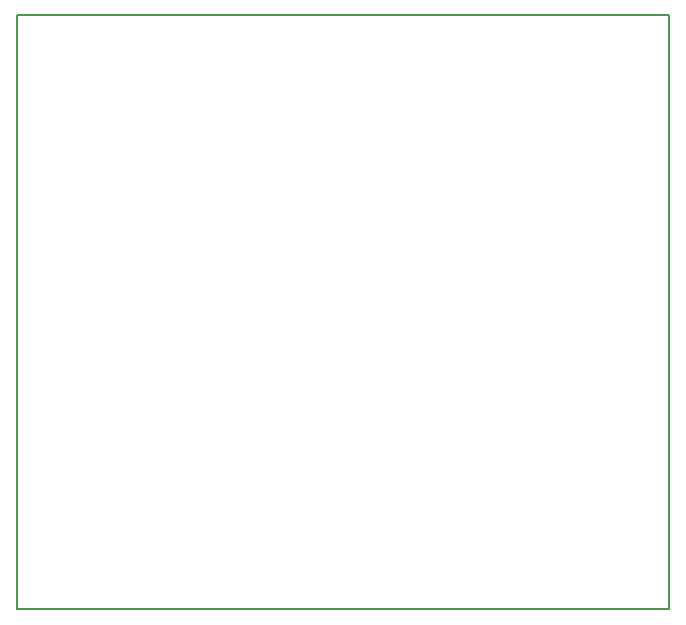
<source format=gbr>
G04 #@! TF.FileFunction,Profile,NP*
%FSLAX46Y46*%
G04 Gerber Fmt 4.6, Leading zero omitted, Abs format (unit mm)*
G04 Created by KiCad (PCBNEW 4.0.1-stable) date 15/03/2016 23:24:00*
%MOMM*%
G01*
G04 APERTURE LIST*
%ADD10C,0.100000*%
%ADD11C,0.150000*%
G04 APERTURE END LIST*
D10*
D11*
X115866000Y-121550000D02*
X115866000Y-71250000D01*
X171066000Y-121550000D02*
X115866000Y-121550000D01*
X171066000Y-71250000D02*
X171066000Y-121550000D01*
X115866000Y-71250000D02*
X171066000Y-71250000D01*
M02*

</source>
